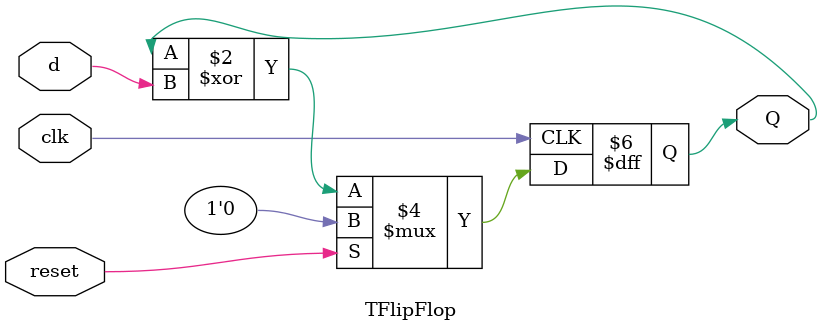
<source format=v>
module part1 (Clock, Enable, Reset, CounterValue);
	input Clock;
	input Enable;
	input Reset;
	output [7:0] CounterValue;
	
	///Connection between output and and Gate
	wire [6:0]andGate;
	
	///Start of T flip Flop
	TFlipFlop a(Enable, Clock, Reset, CounterValue[0]);
	assign andGate[0] = Enable & CounterValue[0];
	
	TFlipFlop b(andGate[0], Clock, Reset, CounterValue[1]);
	assign andGate[1] = andGate[0] & CounterValue[1];
	
	TFlipFlop c(andGate[1], Clock, Reset, CounterValue[2]);
	assign andGate[2] = andGate[1] & CounterValue[2];
	
	TFlipFlop d(andGate[2], Clock, Reset, CounterValue[3]);
	assign andGate[3] = andGate[2] & CounterValue[3];
	
	TFlipFlop e(andGate[3], Clock, Reset, CounterValue[4]);
	assign andGate[4] = andGate[3] & CounterValue[4];
	
	TFlipFlop f(andGate[4], Clock, Reset, CounterValue[5]);
	assign andGate[5] = andGate[4] & CounterValue[5];
	
	TFlipFlop g(andGate[5], Clock, Reset, CounterValue[6]);
	assign andGate[6] = andGate[5] & CounterValue[6];
	
	TFlipFlop h(andGate[6], Clock, Reset, CounterValue[7]);
	
endmodule

///T Flip Flop
module TFlipFlop(d, clk,reset,Q);
	input clk;
	input reset; 
	input d;
	output reg Q;
	
	
	always@ (posedge clk)
		begin
			if (reset) Q <= 1'b 0 ;
			else Q <= Q ^ d ;
		end
endmodule
	
</source>
